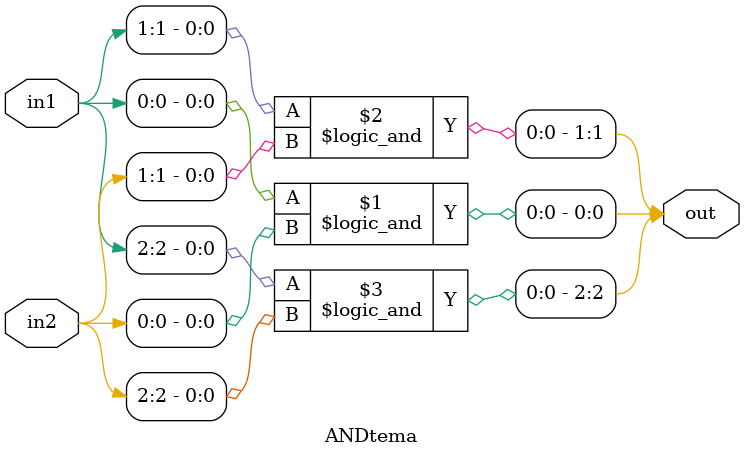
<source format=v>
module ANDtema(input[2:0] in1, input[2:0] in2, output[2:0] out);
	assign out[0] = in1[0] && in2[0];
	assign out[1] = in1[1] && in2[1];
	assign out[2] = in1[2] && in2[2];
endmodule
</source>
